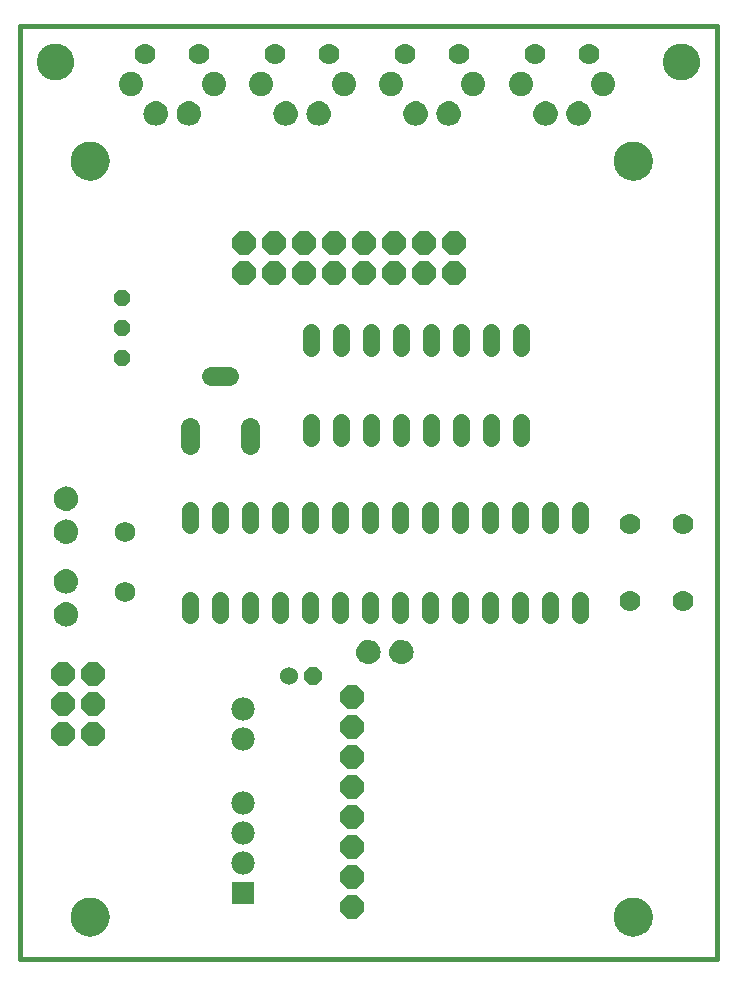
<source format=gbs>
G75*
G70*
%OFA0B0*%
%FSLAX24Y24*%
%IPPOS*%
%LPD*%
%AMOC8*
5,1,8,0,0,1.08239X$1,22.5*
%
%ADD10C,0.0160*%
%ADD11C,0.0560*%
%ADD12C,0.0690*%
%ADD13C,0.0700*%
%ADD14C,0.0808*%
%ADD15OC8,0.0800*%
%ADD16C,0.0050*%
%ADD17C,0.0000*%
%ADD18C,0.1300*%
%ADD19OC8,0.0780*%
%ADD20R,0.0780X0.0780*%
%ADD21C,0.0780*%
%ADD22OC8,0.0560*%
%ADD23OC8,0.0600*%
%ADD24C,0.0600*%
%ADD25C,0.0640*%
%ADD26C,0.1221*%
D10*
X000519Y000180D02*
X023747Y000180D01*
X023747Y031282D01*
X000519Y031282D01*
X000519Y000180D01*
D11*
X006184Y011648D02*
X006184Y012168D01*
X007184Y012168D02*
X007184Y011648D01*
X008184Y011648D02*
X008184Y012168D01*
X009184Y012168D02*
X009184Y011648D01*
X010184Y011648D02*
X010184Y012168D01*
X011184Y012168D02*
X011184Y011648D01*
X012184Y011648D02*
X012184Y012168D01*
X013184Y012168D02*
X013184Y011648D01*
X014184Y011648D02*
X014184Y012168D01*
X015184Y012168D02*
X015184Y011648D01*
X016184Y011648D02*
X016184Y012168D01*
X017184Y012168D02*
X017184Y011648D01*
X018184Y011648D02*
X018184Y012168D01*
X019184Y012168D02*
X019184Y011648D01*
X019184Y014648D02*
X019184Y015168D01*
X018184Y015168D02*
X018184Y014648D01*
X017184Y014648D02*
X017184Y015168D01*
X016184Y015168D02*
X016184Y014648D01*
X015184Y014648D02*
X015184Y015168D01*
X014184Y015168D02*
X014184Y014648D01*
X013184Y014648D02*
X013184Y015168D01*
X012184Y015168D02*
X012184Y014648D01*
X011184Y014648D02*
X011184Y015168D01*
X010184Y015168D02*
X010184Y014648D01*
X009184Y014648D02*
X009184Y015168D01*
X008184Y015168D02*
X008184Y014648D01*
X007184Y014648D02*
X007184Y015168D01*
X006184Y015168D02*
X006184Y014648D01*
X010208Y017554D02*
X010208Y018074D01*
X011208Y018074D02*
X011208Y017554D01*
X012208Y017554D02*
X012208Y018074D01*
X013208Y018074D02*
X013208Y017554D01*
X014208Y017554D02*
X014208Y018074D01*
X015208Y018074D02*
X015208Y017554D01*
X016208Y017554D02*
X016208Y018074D01*
X017208Y018074D02*
X017208Y017554D01*
X017208Y020554D02*
X017208Y021074D01*
X016208Y021074D02*
X016208Y020554D01*
X015208Y020554D02*
X015208Y021074D01*
X014208Y021074D02*
X014208Y020554D01*
X013208Y020554D02*
X013208Y021074D01*
X012208Y021074D02*
X012208Y020554D01*
X011208Y020554D02*
X011208Y021074D01*
X010208Y021074D02*
X010208Y020554D01*
D12*
X004023Y014408D03*
X004023Y012408D03*
D13*
X004702Y030337D03*
X006493Y030337D03*
X009033Y030337D03*
X010824Y030337D03*
X013363Y030337D03*
X015155Y030337D03*
X017694Y030337D03*
X019485Y030337D03*
X020854Y014688D03*
X022625Y014688D03*
X022625Y012129D03*
X020854Y012129D03*
D14*
X019968Y029353D03*
X017212Y029353D03*
X015637Y029353D03*
X012881Y029353D03*
X011306Y029353D03*
X008550Y029353D03*
X006976Y029353D03*
X004220Y029353D03*
D15*
X011598Y008928D03*
X011598Y007928D03*
X011598Y006928D03*
X011598Y005928D03*
X011598Y004928D03*
X011598Y003928D03*
X011598Y002928D03*
X011598Y001928D03*
D16*
X012132Y010043D02*
X012204Y010049D01*
X012274Y010070D01*
X012338Y010103D01*
X012394Y010148D01*
X012441Y010204D01*
X012476Y010267D01*
X012497Y010336D01*
X012505Y010408D01*
X012500Y010474D01*
X012484Y010538D01*
X012457Y010599D01*
X012420Y010653D01*
X012374Y010701D01*
X012320Y010740D01*
X012261Y010768D01*
X012197Y010787D01*
X012131Y010793D01*
X012065Y010787D01*
X012002Y010769D01*
X011942Y010740D01*
X011888Y010702D01*
X011842Y010654D01*
X011805Y010600D01*
X011778Y010539D01*
X011761Y010475D01*
X011756Y010409D01*
X011764Y010337D01*
X011786Y010268D01*
X012476Y010268D01*
X012491Y010317D02*
X011771Y010317D01*
X011761Y010365D02*
X012501Y010365D01*
X012505Y010414D02*
X011757Y010414D01*
X011760Y010462D02*
X012501Y010462D01*
X012491Y010511D02*
X011770Y010511D01*
X011787Y010559D02*
X012475Y010559D01*
X012451Y010608D02*
X011810Y010608D01*
X011844Y010656D02*
X012417Y010656D01*
X012369Y010705D02*
X011893Y010705D01*
X011969Y010753D02*
X012293Y010753D01*
X012449Y010220D02*
X011813Y010220D01*
X011822Y010204D02*
X011786Y010268D01*
X011822Y010204D02*
X011868Y010148D01*
X011925Y010103D01*
X011990Y010070D01*
X012060Y010049D01*
X012132Y010043D01*
X012282Y010074D02*
X011981Y010074D01*
X011901Y010123D02*
X012362Y010123D01*
X012413Y010171D02*
X011849Y010171D01*
X012866Y010337D02*
X012858Y010409D01*
X012863Y010475D01*
X012880Y010539D01*
X012907Y010600D01*
X012944Y010654D01*
X012990Y010702D01*
X013044Y010740D01*
X013104Y010769D01*
X013167Y010787D01*
X013233Y010793D01*
X013299Y010787D01*
X013363Y010768D01*
X013422Y010740D01*
X013476Y010701D01*
X013522Y010653D01*
X013559Y010599D01*
X013586Y010538D01*
X013602Y010474D01*
X013607Y010408D01*
X013599Y010336D01*
X013578Y010267D01*
X013543Y010204D01*
X013496Y010148D01*
X013440Y010103D01*
X013376Y010070D01*
X013306Y010049D01*
X013234Y010043D01*
X013162Y010049D01*
X013092Y010070D01*
X013027Y010103D01*
X012970Y010148D01*
X012924Y010204D01*
X012888Y010268D01*
X013578Y010268D01*
X013593Y010317D02*
X012873Y010317D01*
X012866Y010337D02*
X012888Y010268D01*
X012915Y010220D02*
X013552Y010220D01*
X013515Y010171D02*
X012951Y010171D01*
X013003Y010123D02*
X013464Y010123D01*
X013384Y010074D02*
X013083Y010074D01*
X012863Y010365D02*
X013603Y010365D01*
X013607Y010414D02*
X012859Y010414D01*
X012862Y010462D02*
X013603Y010462D01*
X013593Y010511D02*
X012872Y010511D01*
X012889Y010559D02*
X013577Y010559D01*
X013553Y010608D02*
X012912Y010608D01*
X012946Y010656D02*
X013519Y010656D01*
X013471Y010705D02*
X012995Y010705D01*
X013071Y010753D02*
X013395Y010753D01*
X002427Y011675D02*
X001677Y011675D01*
X001677Y011674D02*
X001684Y011740D01*
X001702Y011804D01*
X001731Y011863D01*
X001770Y011917D01*
X002338Y011917D01*
X002322Y011937D02*
X002367Y011881D01*
X002401Y011817D01*
X002421Y011747D01*
X002427Y011675D01*
X002421Y011603D01*
X002401Y011533D01*
X002368Y011468D01*
X002322Y011411D01*
X002267Y011365D01*
X002203Y011329D01*
X002134Y011307D01*
X002061Y011299D01*
X001995Y011304D01*
X001931Y011321D01*
X001871Y011348D01*
X001816Y011385D01*
X001769Y011431D01*
X001730Y011485D01*
X001702Y011545D01*
X001684Y011608D01*
X001677Y011674D01*
X001682Y011626D02*
X002423Y011626D01*
X002414Y011578D02*
X001693Y011578D01*
X001709Y011529D02*
X002399Y011529D01*
X002374Y011481D02*
X001734Y011481D01*
X001769Y011432D02*
X002339Y011432D01*
X002289Y011384D02*
X001819Y011384D01*
X001899Y011335D02*
X002213Y011335D01*
X002423Y011723D02*
X001682Y011723D01*
X001693Y011772D02*
X002414Y011772D01*
X002399Y011820D02*
X001710Y011820D01*
X001735Y011869D02*
X002374Y011869D01*
X002322Y011937D02*
X002267Y011984D01*
X002203Y012019D01*
X002134Y012040D01*
X002062Y012048D01*
X001996Y012043D01*
X001932Y012027D01*
X001872Y012000D01*
X001817Y011963D01*
X001770Y011917D01*
X001821Y011966D02*
X002289Y011966D01*
X002212Y012014D02*
X001903Y012014D01*
X001995Y012406D02*
X001931Y012423D01*
X001871Y012450D01*
X001816Y012487D01*
X001769Y012533D01*
X001730Y012587D01*
X001702Y012647D01*
X001684Y012710D01*
X001677Y012776D01*
X001684Y012842D01*
X001702Y012906D01*
X001731Y012965D01*
X001770Y013019D01*
X001817Y013065D01*
X001872Y013102D01*
X001932Y013129D01*
X001996Y013145D01*
X002062Y013150D01*
X002134Y013142D01*
X002203Y013121D01*
X002267Y013086D01*
X002322Y013039D01*
X002367Y012983D01*
X002401Y012919D01*
X002421Y012849D01*
X002427Y012777D01*
X002421Y012705D01*
X002401Y012635D01*
X002368Y012570D01*
X002322Y012513D01*
X002267Y012467D01*
X002203Y012431D01*
X002134Y012409D01*
X002061Y012401D01*
X001995Y012406D01*
X002051Y012402D02*
X002068Y012402D01*
X002238Y012451D02*
X001870Y012451D01*
X001804Y012499D02*
X002305Y012499D01*
X002349Y012548D02*
X001759Y012548D01*
X001726Y012596D02*
X002381Y012596D01*
X002404Y012645D02*
X001703Y012645D01*
X001689Y012693D02*
X002418Y012693D01*
X002424Y012742D02*
X001681Y012742D01*
X001679Y012790D02*
X002426Y012790D01*
X002422Y012839D02*
X001684Y012839D01*
X001697Y012887D02*
X002410Y012887D01*
X002392Y012936D02*
X001717Y012936D01*
X001744Y012984D02*
X002367Y012984D01*
X002328Y013033D02*
X001784Y013033D01*
X001841Y013081D02*
X002272Y013081D01*
X002175Y013130D02*
X001933Y013130D01*
X001995Y014060D02*
X001931Y014077D01*
X001871Y014104D01*
X001816Y014141D01*
X001769Y014187D01*
X001730Y014241D01*
X001702Y014301D01*
X001684Y014364D01*
X001677Y014430D01*
X001684Y014496D01*
X001702Y014560D01*
X001731Y014619D01*
X001770Y014673D01*
X001817Y014719D01*
X001872Y014756D01*
X001932Y014783D01*
X001996Y014799D01*
X002062Y014804D01*
X002134Y014796D01*
X002203Y014775D01*
X002267Y014740D01*
X002322Y014693D01*
X002367Y014637D01*
X002401Y014573D01*
X002421Y014503D01*
X002427Y014431D01*
X002421Y014359D01*
X002401Y014289D01*
X002368Y014224D01*
X002322Y014167D01*
X002267Y014120D01*
X002203Y014085D01*
X002134Y014063D01*
X002061Y014055D01*
X001995Y014060D01*
X001880Y014100D02*
X002229Y014100D01*
X002299Y014148D02*
X001809Y014148D01*
X001762Y014197D02*
X002346Y014197D01*
X002378Y014245D02*
X001728Y014245D01*
X001705Y014294D02*
X002402Y014294D01*
X002416Y014342D02*
X001690Y014342D01*
X001681Y014391D02*
X002424Y014391D01*
X002427Y014439D02*
X001678Y014439D01*
X001683Y014488D02*
X002422Y014488D01*
X002411Y014536D02*
X001695Y014536D01*
X001714Y014585D02*
X002395Y014585D01*
X002369Y014633D02*
X001741Y014633D01*
X001779Y014682D02*
X002332Y014682D01*
X002278Y014730D02*
X001834Y014730D01*
X001922Y014779D02*
X002191Y014779D01*
X002134Y015165D02*
X002061Y015157D01*
X001995Y015162D01*
X001931Y015179D01*
X001871Y015206D01*
X001816Y015243D01*
X001769Y015289D01*
X001730Y015343D01*
X001702Y015403D01*
X001684Y015466D01*
X001677Y015532D01*
X001684Y015598D01*
X001702Y015662D01*
X001731Y015721D01*
X001770Y015775D01*
X001817Y015821D01*
X001872Y015858D01*
X001932Y015885D01*
X001996Y015901D01*
X002062Y015906D01*
X002134Y015898D01*
X002203Y015877D01*
X002267Y015842D01*
X002322Y015795D01*
X002367Y015739D01*
X002401Y015675D01*
X002421Y015605D01*
X002427Y015533D01*
X002421Y015461D01*
X002401Y015391D01*
X002368Y015326D01*
X002322Y015269D01*
X002267Y015222D01*
X002203Y015187D01*
X002134Y015165D01*
X002138Y015167D02*
X001978Y015167D01*
X001857Y015215D02*
X002253Y015215D01*
X002315Y015264D02*
X001795Y015264D01*
X001753Y015312D02*
X002356Y015312D01*
X002385Y015361D02*
X001722Y015361D01*
X001700Y015409D02*
X002406Y015409D01*
X002420Y015458D02*
X001686Y015458D01*
X001680Y015506D02*
X002425Y015506D01*
X002425Y015555D02*
X001680Y015555D01*
X001685Y015603D02*
X002421Y015603D01*
X002408Y015652D02*
X001699Y015652D01*
X001721Y015700D02*
X002388Y015700D01*
X002360Y015749D02*
X001751Y015749D01*
X001793Y015797D02*
X002320Y015797D01*
X002260Y015846D02*
X001853Y015846D01*
X001967Y015894D02*
X002148Y015894D01*
X004973Y028002D02*
X005046Y027996D01*
X005118Y028002D01*
X005187Y028022D01*
X005251Y028056D01*
X005308Y028101D01*
X005354Y028157D01*
X005389Y028220D01*
X005411Y028289D01*
X005419Y028361D01*
X005414Y028427D01*
X005398Y028491D01*
X005371Y028551D01*
X005333Y028606D01*
X005287Y028654D01*
X005234Y028692D01*
X005174Y028721D01*
X005110Y028739D01*
X005045Y028746D01*
X004979Y028739D01*
X004915Y028722D01*
X004855Y028693D01*
X004802Y028654D01*
X004756Y028607D01*
X004718Y028552D01*
X004691Y028492D01*
X004675Y028428D01*
X004670Y028362D01*
X004678Y028290D01*
X004700Y028220D01*
X004735Y028157D01*
X004782Y028101D01*
X004839Y028056D01*
X004903Y028022D01*
X004973Y028002D01*
X004914Y028019D02*
X005176Y028019D01*
X005266Y028068D02*
X004824Y028068D01*
X004769Y028116D02*
X005320Y028116D01*
X005359Y028165D02*
X004731Y028165D01*
X004704Y028213D02*
X005385Y028213D01*
X005402Y028262D02*
X004687Y028262D01*
X004675Y028310D02*
X005413Y028310D01*
X005418Y028359D02*
X004670Y028359D01*
X004673Y028407D02*
X005415Y028407D01*
X005407Y028456D02*
X004682Y028456D01*
X004696Y028504D02*
X005392Y028504D01*
X005370Y028553D02*
X004718Y028553D01*
X004752Y028601D02*
X005337Y028601D01*
X005291Y028650D02*
X004797Y028650D01*
X004866Y028698D02*
X005222Y028698D01*
X005793Y028492D02*
X005820Y028552D01*
X005858Y028607D01*
X005904Y028654D01*
X005958Y028693D01*
X006017Y028722D01*
X006081Y028739D01*
X006147Y028746D01*
X006212Y028739D01*
X006276Y028721D01*
X006336Y028692D01*
X006389Y028654D01*
X006435Y028606D01*
X006473Y028551D01*
X006500Y028491D01*
X006516Y028427D01*
X006521Y028361D01*
X006513Y028289D01*
X006491Y028220D01*
X006456Y028157D01*
X006410Y028101D01*
X006353Y028056D01*
X006289Y028022D01*
X006220Y028002D01*
X006148Y027996D01*
X006075Y028002D01*
X006005Y028022D01*
X005941Y028056D01*
X005884Y028101D01*
X005837Y028157D01*
X005802Y028220D01*
X005780Y028290D01*
X005772Y028362D01*
X005777Y028428D01*
X005793Y028492D01*
X005798Y028504D02*
X006494Y028504D01*
X006509Y028456D02*
X005784Y028456D01*
X005775Y028407D02*
X006517Y028407D01*
X006520Y028359D02*
X005772Y028359D01*
X005777Y028310D02*
X006515Y028310D01*
X006504Y028262D02*
X005789Y028262D01*
X005806Y028213D02*
X006487Y028213D01*
X006461Y028165D02*
X005833Y028165D01*
X005871Y028116D02*
X006422Y028116D01*
X006368Y028068D02*
X005926Y028068D01*
X006016Y028019D02*
X006278Y028019D01*
X006472Y028553D02*
X005820Y028553D01*
X005854Y028601D02*
X006439Y028601D01*
X006393Y028650D02*
X005899Y028650D01*
X005968Y028698D02*
X006324Y028698D01*
X009005Y028428D02*
X009022Y028492D01*
X009049Y028552D01*
X009086Y028607D01*
X009132Y028654D01*
X009186Y028693D01*
X009246Y028722D01*
X009310Y028739D01*
X009375Y028746D01*
X009441Y028739D01*
X009505Y028721D01*
X009564Y028692D01*
X009618Y028654D01*
X009664Y028606D01*
X009701Y028551D01*
X009728Y028491D01*
X009745Y028427D01*
X009749Y028361D01*
X009742Y028289D01*
X009720Y028220D01*
X009685Y028157D01*
X009638Y028101D01*
X009582Y028056D01*
X009518Y028022D01*
X009448Y028002D01*
X009376Y027996D01*
X009304Y028002D01*
X009234Y028022D01*
X009169Y028056D01*
X009113Y028101D01*
X009066Y028157D01*
X009031Y028220D01*
X009008Y028290D01*
X009000Y028362D01*
X009005Y028428D01*
X009004Y028407D02*
X009746Y028407D01*
X009749Y028359D02*
X009001Y028359D01*
X009006Y028310D02*
X009744Y028310D01*
X009733Y028262D02*
X009017Y028262D01*
X009035Y028213D02*
X009716Y028213D01*
X009689Y028165D02*
X009061Y028165D01*
X009100Y028116D02*
X009651Y028116D01*
X009597Y028068D02*
X009154Y028068D01*
X009245Y028019D02*
X009506Y028019D01*
X009737Y028456D02*
X009012Y028456D01*
X009027Y028504D02*
X009723Y028504D01*
X009700Y028553D02*
X009049Y028553D01*
X009082Y028601D02*
X009668Y028601D01*
X009622Y028650D02*
X009128Y028650D01*
X009197Y028698D02*
X009552Y028698D01*
X010124Y028492D02*
X010151Y028552D01*
X010188Y028607D01*
X010234Y028654D01*
X010288Y028693D01*
X010348Y028722D01*
X010412Y028739D01*
X010477Y028746D01*
X010543Y028739D01*
X010607Y028721D01*
X010666Y028692D01*
X010720Y028654D01*
X010766Y028606D01*
X010803Y028551D01*
X010830Y028491D01*
X010847Y028427D01*
X010851Y028361D01*
X010844Y028289D01*
X010822Y028220D01*
X010787Y028157D01*
X010740Y028101D01*
X010684Y028056D01*
X010620Y028022D01*
X010550Y028002D01*
X010478Y027996D01*
X010406Y028002D01*
X010336Y028022D01*
X010271Y028056D01*
X010215Y028101D01*
X010168Y028157D01*
X010133Y028220D01*
X010110Y028290D01*
X010102Y028362D01*
X010107Y028428D01*
X010124Y028492D01*
X010129Y028504D02*
X010825Y028504D01*
X010839Y028456D02*
X010114Y028456D01*
X010106Y028407D02*
X010848Y028407D01*
X010851Y028359D02*
X010103Y028359D01*
X010108Y028310D02*
X010846Y028310D01*
X010835Y028262D02*
X010119Y028262D01*
X010137Y028213D02*
X010818Y028213D01*
X010791Y028165D02*
X010163Y028165D01*
X010202Y028116D02*
X010753Y028116D01*
X010699Y028068D02*
X010256Y028068D01*
X010347Y028019D02*
X010608Y028019D01*
X010802Y028553D02*
X010151Y028553D01*
X010184Y028601D02*
X010770Y028601D01*
X010724Y028650D02*
X010230Y028650D01*
X010299Y028698D02*
X010654Y028698D01*
X013336Y028428D02*
X013352Y028492D01*
X013380Y028552D01*
X013417Y028607D01*
X013463Y028654D01*
X013517Y028693D01*
X013577Y028722D01*
X013640Y028739D01*
X013706Y028746D01*
X013772Y028739D01*
X013836Y028721D01*
X013895Y028692D01*
X013949Y028654D01*
X013995Y028606D01*
X014032Y028551D01*
X014059Y028491D01*
X014075Y028427D01*
X014080Y028361D01*
X014072Y028289D01*
X014050Y028220D01*
X014016Y028157D01*
X013969Y028101D01*
X013913Y028056D01*
X013849Y028022D01*
X013779Y028002D01*
X013707Y027996D01*
X013635Y028002D01*
X013565Y028022D01*
X013500Y028056D01*
X013443Y028101D01*
X013396Y028157D01*
X013361Y028220D01*
X013339Y028290D01*
X013331Y028362D01*
X013336Y028428D01*
X013335Y028407D02*
X014077Y028407D01*
X014080Y028359D02*
X013331Y028359D01*
X013337Y028310D02*
X014075Y028310D01*
X014064Y028262D02*
X013348Y028262D01*
X013365Y028213D02*
X014047Y028213D01*
X014020Y028165D02*
X013392Y028165D01*
X013431Y028116D02*
X013982Y028116D01*
X013927Y028068D02*
X013485Y028068D01*
X013576Y028019D02*
X013837Y028019D01*
X014068Y028456D02*
X013343Y028456D01*
X013358Y028504D02*
X014053Y028504D01*
X014031Y028553D02*
X013380Y028553D01*
X013413Y028601D02*
X013998Y028601D01*
X013953Y028650D02*
X013459Y028650D01*
X013528Y028698D02*
X013883Y028698D01*
X014454Y028492D02*
X014482Y028552D01*
X014519Y028607D01*
X014565Y028654D01*
X014619Y028693D01*
X014679Y028722D01*
X014742Y028739D01*
X014808Y028746D01*
X014874Y028739D01*
X014938Y028721D01*
X014997Y028692D01*
X015051Y028654D01*
X015097Y028606D01*
X015134Y028551D01*
X015161Y028491D01*
X015177Y028427D01*
X015182Y028361D01*
X015174Y028289D01*
X015152Y028220D01*
X015118Y028157D01*
X015071Y028101D01*
X015015Y028056D01*
X014951Y028022D01*
X014881Y028002D01*
X014809Y027996D01*
X014737Y028002D01*
X014667Y028022D01*
X014602Y028056D01*
X014545Y028101D01*
X014498Y028157D01*
X014463Y028220D01*
X014441Y028290D01*
X014433Y028362D01*
X014438Y028428D01*
X014454Y028492D01*
X014460Y028504D02*
X015155Y028504D01*
X015170Y028456D02*
X014445Y028456D01*
X014437Y028407D02*
X015179Y028407D01*
X015182Y028359D02*
X014433Y028359D01*
X014439Y028310D02*
X015177Y028310D01*
X015166Y028262D02*
X014450Y028262D01*
X014467Y028213D02*
X015149Y028213D01*
X015122Y028165D02*
X014494Y028165D01*
X014533Y028116D02*
X015084Y028116D01*
X015029Y028068D02*
X014587Y028068D01*
X014678Y028019D02*
X014939Y028019D01*
X015133Y028553D02*
X014482Y028553D01*
X014515Y028601D02*
X015100Y028601D01*
X015055Y028650D02*
X014561Y028650D01*
X014630Y028698D02*
X014985Y028698D01*
X017667Y028428D02*
X017683Y028492D01*
X017710Y028552D01*
X017748Y028607D01*
X017794Y028654D01*
X017848Y028693D01*
X017907Y028722D01*
X017971Y028739D01*
X018037Y028746D01*
X018103Y028739D01*
X018166Y028721D01*
X018226Y028692D01*
X018279Y028654D01*
X018326Y028606D01*
X018363Y028551D01*
X018390Y028491D01*
X018406Y028427D01*
X018411Y028361D01*
X018403Y028289D01*
X018381Y028220D01*
X018346Y028157D01*
X018300Y028101D01*
X018243Y028056D01*
X018179Y028022D01*
X018110Y028002D01*
X018038Y027996D01*
X017965Y028002D01*
X017895Y028022D01*
X017831Y028056D01*
X017774Y028101D01*
X017727Y028157D01*
X017692Y028220D01*
X017670Y028290D01*
X017662Y028362D01*
X017667Y028428D01*
X017665Y028407D02*
X018407Y028407D01*
X018411Y028359D02*
X017662Y028359D01*
X017668Y028310D02*
X018405Y028310D01*
X018394Y028262D02*
X017679Y028262D01*
X017696Y028213D02*
X018377Y028213D01*
X018351Y028165D02*
X017723Y028165D01*
X017761Y028116D02*
X018312Y028116D01*
X018258Y028068D02*
X017816Y028068D01*
X017906Y028019D02*
X018168Y028019D01*
X018399Y028456D02*
X017674Y028456D01*
X017689Y028504D02*
X018384Y028504D01*
X018362Y028553D02*
X017711Y028553D01*
X017744Y028601D02*
X018329Y028601D01*
X018283Y028650D02*
X017789Y028650D01*
X017859Y028698D02*
X018214Y028698D01*
X018785Y028492D02*
X018812Y028552D01*
X018850Y028607D01*
X018896Y028654D01*
X018950Y028693D01*
X019009Y028722D01*
X019073Y028739D01*
X019139Y028746D01*
X019205Y028739D01*
X019268Y028721D01*
X019328Y028692D01*
X019381Y028654D01*
X019428Y028606D01*
X019465Y028551D01*
X019492Y028491D01*
X019508Y028427D01*
X019513Y028361D01*
X019505Y028289D01*
X019483Y028220D01*
X019448Y028157D01*
X019402Y028101D01*
X019345Y028056D01*
X019281Y028022D01*
X019212Y028002D01*
X019140Y027996D01*
X019067Y028002D01*
X018997Y028022D01*
X018933Y028056D01*
X018876Y028101D01*
X018829Y028157D01*
X018794Y028220D01*
X018772Y028290D01*
X018764Y028362D01*
X018769Y028428D01*
X018785Y028492D01*
X018791Y028504D02*
X019486Y028504D01*
X019501Y028456D02*
X018776Y028456D01*
X018767Y028407D02*
X019509Y028407D01*
X019513Y028359D02*
X018764Y028359D01*
X018770Y028310D02*
X019507Y028310D01*
X019496Y028262D02*
X018781Y028262D01*
X018798Y028213D02*
X019479Y028213D01*
X019453Y028165D02*
X018825Y028165D01*
X018863Y028116D02*
X019414Y028116D01*
X019360Y028068D02*
X018918Y028068D01*
X019008Y028019D02*
X019270Y028019D01*
X019464Y028553D02*
X018813Y028553D01*
X018846Y028601D02*
X019431Y028601D01*
X019385Y028650D02*
X018891Y028650D01*
X018961Y028698D02*
X019316Y028698D01*
D17*
X020322Y026794D02*
X020324Y026844D01*
X020330Y026894D01*
X020340Y026943D01*
X020354Y026991D01*
X020371Y027038D01*
X020392Y027083D01*
X020417Y027127D01*
X020445Y027168D01*
X020477Y027207D01*
X020511Y027244D01*
X020548Y027278D01*
X020588Y027308D01*
X020630Y027335D01*
X020674Y027359D01*
X020720Y027380D01*
X020767Y027396D01*
X020815Y027409D01*
X020865Y027418D01*
X020914Y027423D01*
X020965Y027424D01*
X021015Y027421D01*
X021064Y027414D01*
X021113Y027403D01*
X021161Y027388D01*
X021207Y027370D01*
X021252Y027348D01*
X021295Y027322D01*
X021336Y027293D01*
X021375Y027261D01*
X021411Y027226D01*
X021443Y027188D01*
X021473Y027148D01*
X021500Y027105D01*
X021523Y027061D01*
X021542Y027015D01*
X021558Y026967D01*
X021570Y026918D01*
X021578Y026869D01*
X021582Y026819D01*
X021582Y026769D01*
X021578Y026719D01*
X021570Y026670D01*
X021558Y026621D01*
X021542Y026573D01*
X021523Y026527D01*
X021500Y026483D01*
X021473Y026440D01*
X021443Y026400D01*
X021411Y026362D01*
X021375Y026327D01*
X021336Y026295D01*
X021295Y026266D01*
X021252Y026240D01*
X021207Y026218D01*
X021161Y026200D01*
X021113Y026185D01*
X021064Y026174D01*
X021015Y026167D01*
X020965Y026164D01*
X020914Y026165D01*
X020865Y026170D01*
X020815Y026179D01*
X020767Y026192D01*
X020720Y026208D01*
X020674Y026229D01*
X020630Y026253D01*
X020588Y026280D01*
X020548Y026310D01*
X020511Y026344D01*
X020477Y026381D01*
X020445Y026420D01*
X020417Y026461D01*
X020392Y026505D01*
X020371Y026550D01*
X020354Y026597D01*
X020340Y026645D01*
X020330Y026694D01*
X020324Y026744D01*
X020322Y026794D01*
X021975Y030101D02*
X021977Y030149D01*
X021983Y030197D01*
X021993Y030244D01*
X022006Y030290D01*
X022024Y030335D01*
X022044Y030379D01*
X022069Y030421D01*
X022097Y030460D01*
X022127Y030497D01*
X022161Y030531D01*
X022198Y030563D01*
X022236Y030592D01*
X022277Y030617D01*
X022320Y030639D01*
X022365Y030657D01*
X022411Y030671D01*
X022458Y030682D01*
X022506Y030689D01*
X022554Y030692D01*
X022602Y030691D01*
X022650Y030686D01*
X022698Y030677D01*
X022744Y030665D01*
X022789Y030648D01*
X022833Y030628D01*
X022875Y030605D01*
X022915Y030578D01*
X022953Y030548D01*
X022988Y030515D01*
X023020Y030479D01*
X023050Y030441D01*
X023076Y030400D01*
X023098Y030357D01*
X023118Y030313D01*
X023133Y030268D01*
X023145Y030221D01*
X023153Y030173D01*
X023157Y030125D01*
X023157Y030077D01*
X023153Y030029D01*
X023145Y029981D01*
X023133Y029934D01*
X023118Y029889D01*
X023098Y029845D01*
X023076Y029802D01*
X023050Y029761D01*
X023020Y029723D01*
X022988Y029687D01*
X022953Y029654D01*
X022915Y029624D01*
X022875Y029597D01*
X022833Y029574D01*
X022789Y029554D01*
X022744Y029537D01*
X022698Y029525D01*
X022650Y029516D01*
X022602Y029511D01*
X022554Y029510D01*
X022506Y029513D01*
X022458Y029520D01*
X022411Y029531D01*
X022365Y029545D01*
X022320Y029563D01*
X022277Y029585D01*
X022236Y029610D01*
X022198Y029639D01*
X022161Y029671D01*
X022127Y029705D01*
X022097Y029742D01*
X022069Y029781D01*
X022044Y029823D01*
X022024Y029867D01*
X022006Y029912D01*
X021993Y029958D01*
X021983Y030005D01*
X021977Y030053D01*
X021975Y030101D01*
X002212Y026794D02*
X002214Y026844D01*
X002220Y026894D01*
X002230Y026943D01*
X002244Y026991D01*
X002261Y027038D01*
X002282Y027083D01*
X002307Y027127D01*
X002335Y027168D01*
X002367Y027207D01*
X002401Y027244D01*
X002438Y027278D01*
X002478Y027308D01*
X002520Y027335D01*
X002564Y027359D01*
X002610Y027380D01*
X002657Y027396D01*
X002705Y027409D01*
X002755Y027418D01*
X002804Y027423D01*
X002855Y027424D01*
X002905Y027421D01*
X002954Y027414D01*
X003003Y027403D01*
X003051Y027388D01*
X003097Y027370D01*
X003142Y027348D01*
X003185Y027322D01*
X003226Y027293D01*
X003265Y027261D01*
X003301Y027226D01*
X003333Y027188D01*
X003363Y027148D01*
X003390Y027105D01*
X003413Y027061D01*
X003432Y027015D01*
X003448Y026967D01*
X003460Y026918D01*
X003468Y026869D01*
X003472Y026819D01*
X003472Y026769D01*
X003468Y026719D01*
X003460Y026670D01*
X003448Y026621D01*
X003432Y026573D01*
X003413Y026527D01*
X003390Y026483D01*
X003363Y026440D01*
X003333Y026400D01*
X003301Y026362D01*
X003265Y026327D01*
X003226Y026295D01*
X003185Y026266D01*
X003142Y026240D01*
X003097Y026218D01*
X003051Y026200D01*
X003003Y026185D01*
X002954Y026174D01*
X002905Y026167D01*
X002855Y026164D01*
X002804Y026165D01*
X002755Y026170D01*
X002705Y026179D01*
X002657Y026192D01*
X002610Y026208D01*
X002564Y026229D01*
X002520Y026253D01*
X002478Y026280D01*
X002438Y026310D01*
X002401Y026344D01*
X002367Y026381D01*
X002335Y026420D01*
X002307Y026461D01*
X002282Y026505D01*
X002261Y026550D01*
X002244Y026597D01*
X002230Y026645D01*
X002220Y026694D01*
X002214Y026744D01*
X002212Y026794D01*
X001109Y030101D02*
X001111Y030149D01*
X001117Y030197D01*
X001127Y030244D01*
X001140Y030290D01*
X001158Y030335D01*
X001178Y030379D01*
X001203Y030421D01*
X001231Y030460D01*
X001261Y030497D01*
X001295Y030531D01*
X001332Y030563D01*
X001370Y030592D01*
X001411Y030617D01*
X001454Y030639D01*
X001499Y030657D01*
X001545Y030671D01*
X001592Y030682D01*
X001640Y030689D01*
X001688Y030692D01*
X001736Y030691D01*
X001784Y030686D01*
X001832Y030677D01*
X001878Y030665D01*
X001923Y030648D01*
X001967Y030628D01*
X002009Y030605D01*
X002049Y030578D01*
X002087Y030548D01*
X002122Y030515D01*
X002154Y030479D01*
X002184Y030441D01*
X002210Y030400D01*
X002232Y030357D01*
X002252Y030313D01*
X002267Y030268D01*
X002279Y030221D01*
X002287Y030173D01*
X002291Y030125D01*
X002291Y030077D01*
X002287Y030029D01*
X002279Y029981D01*
X002267Y029934D01*
X002252Y029889D01*
X002232Y029845D01*
X002210Y029802D01*
X002184Y029761D01*
X002154Y029723D01*
X002122Y029687D01*
X002087Y029654D01*
X002049Y029624D01*
X002009Y029597D01*
X001967Y029574D01*
X001923Y029554D01*
X001878Y029537D01*
X001832Y029525D01*
X001784Y029516D01*
X001736Y029511D01*
X001688Y029510D01*
X001640Y029513D01*
X001592Y029520D01*
X001545Y029531D01*
X001499Y029545D01*
X001454Y029563D01*
X001411Y029585D01*
X001370Y029610D01*
X001332Y029639D01*
X001295Y029671D01*
X001261Y029705D01*
X001231Y029742D01*
X001203Y029781D01*
X001178Y029823D01*
X001158Y029867D01*
X001140Y029912D01*
X001127Y029958D01*
X001117Y030005D01*
X001111Y030053D01*
X001109Y030101D01*
X002212Y001597D02*
X002214Y001647D01*
X002220Y001697D01*
X002230Y001746D01*
X002244Y001794D01*
X002261Y001841D01*
X002282Y001886D01*
X002307Y001930D01*
X002335Y001971D01*
X002367Y002010D01*
X002401Y002047D01*
X002438Y002081D01*
X002478Y002111D01*
X002520Y002138D01*
X002564Y002162D01*
X002610Y002183D01*
X002657Y002199D01*
X002705Y002212D01*
X002755Y002221D01*
X002804Y002226D01*
X002855Y002227D01*
X002905Y002224D01*
X002954Y002217D01*
X003003Y002206D01*
X003051Y002191D01*
X003097Y002173D01*
X003142Y002151D01*
X003185Y002125D01*
X003226Y002096D01*
X003265Y002064D01*
X003301Y002029D01*
X003333Y001991D01*
X003363Y001951D01*
X003390Y001908D01*
X003413Y001864D01*
X003432Y001818D01*
X003448Y001770D01*
X003460Y001721D01*
X003468Y001672D01*
X003472Y001622D01*
X003472Y001572D01*
X003468Y001522D01*
X003460Y001473D01*
X003448Y001424D01*
X003432Y001376D01*
X003413Y001330D01*
X003390Y001286D01*
X003363Y001243D01*
X003333Y001203D01*
X003301Y001165D01*
X003265Y001130D01*
X003226Y001098D01*
X003185Y001069D01*
X003142Y001043D01*
X003097Y001021D01*
X003051Y001003D01*
X003003Y000988D01*
X002954Y000977D01*
X002905Y000970D01*
X002855Y000967D01*
X002804Y000968D01*
X002755Y000973D01*
X002705Y000982D01*
X002657Y000995D01*
X002610Y001011D01*
X002564Y001032D01*
X002520Y001056D01*
X002478Y001083D01*
X002438Y001113D01*
X002401Y001147D01*
X002367Y001184D01*
X002335Y001223D01*
X002307Y001264D01*
X002282Y001308D01*
X002261Y001353D01*
X002244Y001400D01*
X002230Y001448D01*
X002220Y001497D01*
X002214Y001547D01*
X002212Y001597D01*
X020322Y001597D02*
X020324Y001647D01*
X020330Y001697D01*
X020340Y001746D01*
X020354Y001794D01*
X020371Y001841D01*
X020392Y001886D01*
X020417Y001930D01*
X020445Y001971D01*
X020477Y002010D01*
X020511Y002047D01*
X020548Y002081D01*
X020588Y002111D01*
X020630Y002138D01*
X020674Y002162D01*
X020720Y002183D01*
X020767Y002199D01*
X020815Y002212D01*
X020865Y002221D01*
X020914Y002226D01*
X020965Y002227D01*
X021015Y002224D01*
X021064Y002217D01*
X021113Y002206D01*
X021161Y002191D01*
X021207Y002173D01*
X021252Y002151D01*
X021295Y002125D01*
X021336Y002096D01*
X021375Y002064D01*
X021411Y002029D01*
X021443Y001991D01*
X021473Y001951D01*
X021500Y001908D01*
X021523Y001864D01*
X021542Y001818D01*
X021558Y001770D01*
X021570Y001721D01*
X021578Y001672D01*
X021582Y001622D01*
X021582Y001572D01*
X021578Y001522D01*
X021570Y001473D01*
X021558Y001424D01*
X021542Y001376D01*
X021523Y001330D01*
X021500Y001286D01*
X021473Y001243D01*
X021443Y001203D01*
X021411Y001165D01*
X021375Y001130D01*
X021336Y001098D01*
X021295Y001069D01*
X021252Y001043D01*
X021207Y001021D01*
X021161Y001003D01*
X021113Y000988D01*
X021064Y000977D01*
X021015Y000970D01*
X020965Y000967D01*
X020914Y000968D01*
X020865Y000973D01*
X020815Y000982D01*
X020767Y000995D01*
X020720Y001011D01*
X020674Y001032D01*
X020630Y001056D01*
X020588Y001083D01*
X020548Y001113D01*
X020511Y001147D01*
X020477Y001184D01*
X020445Y001223D01*
X020417Y001264D01*
X020392Y001308D01*
X020371Y001353D01*
X020354Y001400D01*
X020340Y001448D01*
X020330Y001497D01*
X020324Y001547D01*
X020322Y001597D01*
D18*
X020952Y001597D03*
X002842Y001597D03*
X002842Y026794D03*
X020952Y026794D03*
D19*
X014999Y024054D03*
X013999Y024054D03*
X012999Y024054D03*
X011999Y024054D03*
X010999Y024054D03*
X009999Y024054D03*
X008999Y024054D03*
X007999Y024054D03*
X007999Y023054D03*
X008999Y023054D03*
X009999Y023054D03*
X010999Y023054D03*
X011999Y023054D03*
X012999Y023054D03*
X013999Y023054D03*
X014999Y023054D03*
X002948Y009684D03*
X002948Y008684D03*
X002948Y007684D03*
X001948Y007684D03*
X001948Y008684D03*
X001948Y009684D03*
D20*
X007960Y002385D03*
D21*
X007960Y003385D03*
X007960Y004385D03*
X007960Y005385D03*
X007960Y007503D03*
X007960Y008503D03*
D22*
X003905Y020204D03*
X003905Y021204D03*
X003905Y022204D03*
D23*
X010289Y009629D03*
D24*
X009489Y009629D03*
D25*
X008172Y017305D02*
X008172Y017905D01*
X007472Y019605D02*
X006872Y019605D01*
X006172Y017905D02*
X006172Y017305D01*
D26*
X001700Y030101D03*
X022566Y030101D03*
M02*

</source>
